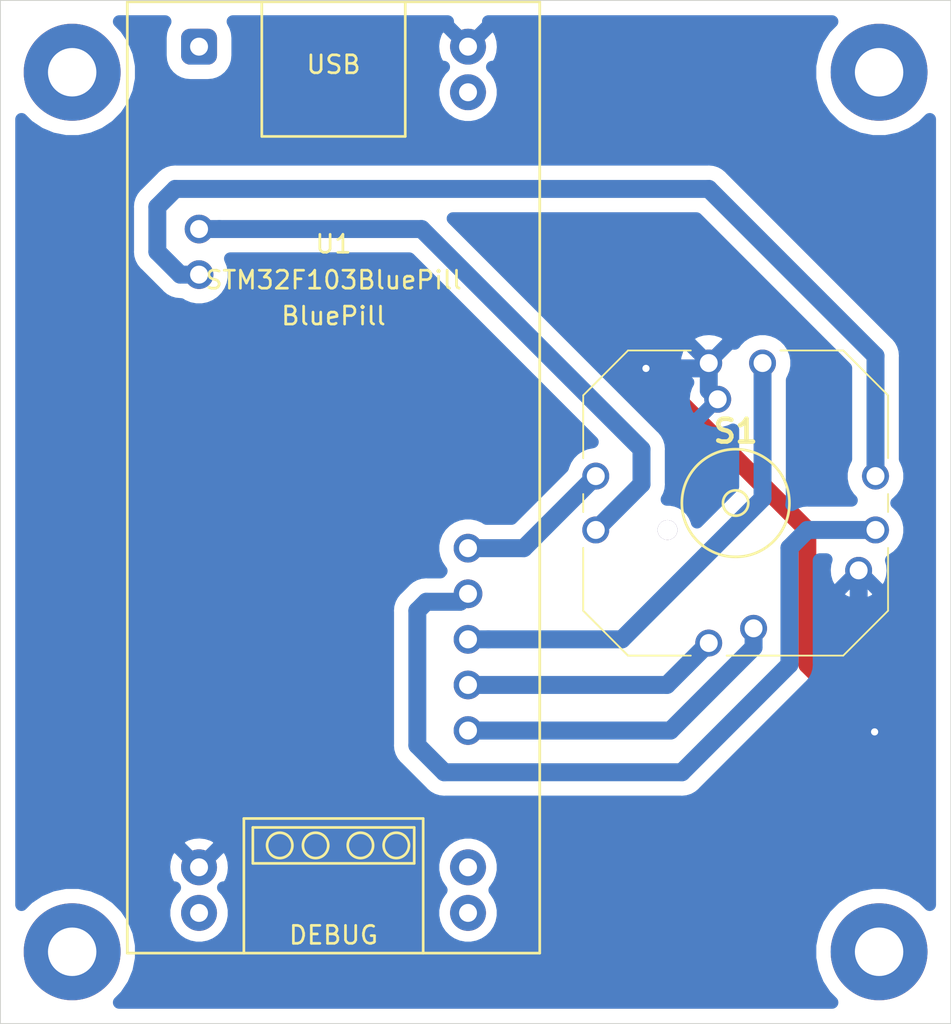
<source format=kicad_pcb>
(kicad_pcb (version 20171130) (host pcbnew "(5.1.5)-3")

  (general
    (thickness 1.6)
    (drawings 4)
    (tracks 44)
    (zones 0)
    (modules 6)
    (nets 14)
  )

  (page A4)
  (layers
    (0 F.Cu signal)
    (31 B.Cu signal)
    (32 B.Adhes user hide)
    (33 F.Adhes user hide)
    (34 B.Paste user hide)
    (35 F.Paste user hide)
    (36 B.SilkS user hide)
    (37 F.SilkS user)
    (38 B.Mask user hide)
    (39 F.Mask user hide)
    (40 Dwgs.User user)
    (41 Cmts.User user hide)
    (42 Eco1.User user hide)
    (43 Eco2.User user hide)
    (44 Edge.Cuts user)
    (45 Margin user hide)
    (46 B.CrtYd user hide)
    (47 F.CrtYd user hide)
    (48 B.Fab user hide)
    (49 F.Fab user hide)
  )

  (setup
    (last_trace_width 0.25)
    (user_trace_width 1)
    (trace_clearance 0.2)
    (zone_clearance 0.508)
    (zone_45_only no)
    (trace_min 0.2)
    (via_size 0.8)
    (via_drill 0.4)
    (via_min_size 0.4)
    (via_min_drill 0.3)
    (uvia_size 0.3)
    (uvia_drill 0.1)
    (uvias_allowed no)
    (uvia_min_size 0.2)
    (uvia_min_drill 0.1)
    (edge_width 0.05)
    (segment_width 0.2)
    (pcb_text_width 0.3)
    (pcb_text_size 1.5 1.5)
    (mod_edge_width 0.12)
    (mod_text_size 1 1)
    (mod_text_width 0.15)
    (pad_size 2 2)
    (pad_drill 1)
    (pad_to_mask_clearance 0.051)
    (solder_mask_min_width 0.25)
    (aux_axis_origin 0 0)
    (visible_elements 7FFFFFFF)
    (pcbplotparams
      (layerselection 0x010fc_ffffffff)
      (usegerberextensions false)
      (usegerberattributes false)
      (usegerberadvancedattributes false)
      (creategerberjobfile false)
      (excludeedgelayer true)
      (linewidth 0.100000)
      (plotframeref false)
      (viasonmask false)
      (mode 1)
      (useauxorigin false)
      (hpglpennumber 1)
      (hpglpenspeed 20)
      (hpglpendiameter 15.000000)
      (psnegative false)
      (psa4output false)
      (plotreference true)
      (plotvalue true)
      (plotinvisibletext false)
      (padsonsilk false)
      (subtractmaskfromsilk false)
      (outputformat 1)
      (mirror false)
      (drillshape 1)
      (scaleselection 1)
      (outputdirectory ""))
  )

  (net 0 "")
  (net 1 "Net-(S1-Pad1)")
  (net 2 "Net-(S1-Pad2)")
  (net 3 GND)
  (net 4 "Net-(S1-Pad4)")
  (net 5 ENC_B)
  (net 6 "Net-(S1-Pad6)")
  (net 7 "Net-(S1-Pad9)")
  (net 8 ENC_A)
  (net 9 "Net-(U1-Pad1)")
  (net 10 "Net-(U1-Pad20)")
  (net 11 "Net-(U1-Pad21)")
  (net 12 "Net-(U1-Pad22)")
  (net 13 "Net-(U1-Pad39)")

  (net_class Default "To jest domyślna klasa połączeń."
    (clearance 0.2)
    (trace_width 0.25)
    (via_dia 0.8)
    (via_drill 0.4)
    (uvia_dia 0.3)
    (uvia_drill 0.1)
    (add_net ENC_A)
    (add_net ENC_B)
    (add_net GND)
    (add_net "Net-(S1-Pad1)")
    (add_net "Net-(S1-Pad2)")
    (add_net "Net-(S1-Pad4)")
    (add_net "Net-(S1-Pad6)")
    (add_net "Net-(S1-Pad9)")
    (add_net "Net-(U1-Pad1)")
    (add_net "Net-(U1-Pad20)")
    (add_net "Net-(U1-Pad21)")
    (add_net "Net-(U1-Pad22)")
    (add_net "Net-(U1-Pad39)")
  )

  (module DevBoardFootprints:STM32F103BluePill (layer F.Cu) (tedit 5E6E374B) (tstamp 5E6E7189)
    (at 140.575001 71.575001)
    (path /5E6E10DB)
    (fp_text reference U1 (at 0 -13) (layer F.SilkS)
      (effects (font (size 1 1) (thickness 0.15)))
    )
    (fp_text value STM32F103BluePill (at 0 -11) (layer F.SilkS)
      (effects (font (size 1 1) (thickness 0.15)))
    )
    (fp_line (start -11.5 26.5) (end 11.5 26.5) (layer F.SilkS) (width 0.15))
    (fp_line (start 11.5 26.5) (end 11.5 -26.5) (layer F.SilkS) (width 0.15))
    (fp_line (start 11.5 -26.5) (end -11.5 -26.5) (layer F.SilkS) (width 0.15))
    (fp_line (start -11.5 -26.5) (end -11.5 26.5) (layer F.SilkS) (width 0.15))
    (fp_line (start -4 -26.5) (end -4 -19) (layer F.SilkS) (width 0.15))
    (fp_line (start -4 -19) (end 4 -19) (layer F.SilkS) (width 0.15))
    (fp_line (start 4 -19) (end 4 -26.5) (layer F.SilkS) (width 0.15))
    (fp_text user BluePill (at 0 -9) (layer F.SilkS)
      (effects (font (size 1 1) (thickness 0.15)))
    )
    (fp_text user USB (at 0 -23) (layer F.SilkS)
      (effects (font (size 1 1) (thickness 0.15)))
    )
    (fp_line (start -5 26.5) (end -5 19) (layer F.SilkS) (width 0.15))
    (fp_line (start -5 19) (end 5 19) (layer F.SilkS) (width 0.15))
    (fp_line (start 5 19) (end 5 26.5) (layer F.SilkS) (width 0.15))
    (fp_text user DEBUG (at 0 25.5) (layer F.SilkS)
      (effects (font (size 1 1) (thickness 0.15)))
    )
    (fp_line (start -4.5 19.5) (end -4.5 21.5) (layer F.SilkS) (width 0.15))
    (fp_line (start -4.5 21.5) (end 4.5 21.5) (layer F.SilkS) (width 0.15))
    (fp_line (start 4.5 21.5) (end 4.5 19.5) (layer F.SilkS) (width 0.15))
    (fp_line (start 4.5 19.5) (end -4.5 19.5) (layer F.SilkS) (width 0.15))
    (fp_circle (center -3 20.5) (end -2.5 20) (layer F.SilkS) (width 0.15))
    (fp_circle (center -1 20.5) (end -0.5 20) (layer F.SilkS) (width 0.15))
    (fp_circle (center 1.5 20.5) (end 2 20) (layer F.SilkS) (width 0.15))
    (fp_circle (center 3.5 20.5) (end 4 20) (layer F.SilkS) (width 0.15))
    (pad 1 thru_hole roundrect (at -7.5 -24) (size 2 2) (drill 1) (layers *.Cu *.Mask) (roundrect_rratio 0.25)
      (net 9 "Net-(U1-Pad1)"))
    (pad 5 thru_hole circle (at -7.5 -13.84) (size 1.6 1.6) (drill 1) (layers *.Cu *.Mask)
      (net 8 ENC_A))
    (pad 6 thru_hole circle (at -7.5 -11.3) (size 1.6 1.6) (drill 1) (layers *.Cu *.Mask)
      (net 5 ENC_B))
    (pad 19 thru_hole circle (at -7.5 21.72) (size 2 2) (drill 1) (layers *.Cu *.Mask)
      (net 3 GND))
    (pad 20 thru_hole circle (at -7.5 24.26) (size 2 2) (drill 1) (layers *.Cu *.Mask)
      (net 10 "Net-(U1-Pad20)"))
    (pad 21 thru_hole circle (at 7.5 24.26) (size 2 2) (drill 1) (layers *.Cu *.Mask)
      (net 11 "Net-(U1-Pad21)"))
    (pad 22 thru_hole circle (at 7.5 21.72) (size 2 2) (drill 1) (layers *.Cu *.Mask)
      (net 12 "Net-(U1-Pad22)"))
    (pad 25 thru_hole circle (at 7.5 14.1) (size 1.6 1.6) (drill 1) (layers *.Cu *.Mask)
      (net 2 "Net-(S1-Pad2)"))
    (pad 26 thru_hole circle (at 7.5 11.56) (size 1.6 1.6) (drill 1) (layers *.Cu *.Mask)
      (net 1 "Net-(S1-Pad1)"))
    (pad 27 thru_hole circle (at 7.5 9.02) (size 1.6 1.6) (drill 1) (layers *.Cu *.Mask)
      (net 6 "Net-(S1-Pad6)"))
    (pad 28 thru_hole circle (at 7.5 6.48) (size 1.6 1.6) (drill 1) (layers *.Cu *.Mask)
      (net 4 "Net-(S1-Pad4)"))
    (pad 29 thru_hole circle (at 7.5 3.94) (size 1.6 1.6) (drill 1) (layers *.Cu *.Mask)
      (net 7 "Net-(S1-Pad9)"))
    (pad 39 thru_hole circle (at 7.5 -21.46) (size 2 2) (drill 1) (layers *.Cu *.Mask)
      (net 13 "Net-(U1-Pad39)"))
    (pad 40 thru_hole circle (at 7.5 -24) (size 2 2) (drill 1) (layers *.Cu *.Mask)
      (net 3 GND))
    (model "${KIPRJMOD}/STM32F103C8T6_Blue_Pill v6.step"
      (offset (xyz 11.5 -27 2))
      (scale (xyz 1 1 1))
      (rotate (xyz -90 0 0))
    )
  )

  (module MountingHole:MountingHole_2.7mm_M2.5_Pad (layer F.Cu) (tedit 5E6E322B) (tstamp 5E6E79BD)
    (at 171 98)
    (descr "Mounting Hole 2.7mm, M2.5")
    (tags "mounting hole 2.7mm m2.5")
    (attr virtual)
    (fp_text reference REF** (at 0 -3.7) (layer F.Fab) hide
      (effects (font (size 1 1) (thickness 0.15)))
    )
    (fp_text value MountingHole_2.7mm_M2.5_Pad (at 0 3.7) (layer F.Fab)
      (effects (font (size 1 1) (thickness 0.15)))
    )
    (fp_text user %R (at 0.3 0) (layer F.Fab)
      (effects (font (size 1 1) (thickness 0.15)))
    )
    (fp_circle (center 0 0) (end 2.7 0) (layer Cmts.User) (width 0.15))
    (fp_circle (center 0 0) (end 2.95 0) (layer F.CrtYd) (width 0.05))
    (pad "" thru_hole circle (at 0 0) (size 5.4 5.4) (drill 2.7) (layers *.Cu *.Mask))
  )

  (module MountingHole:MountingHole_2.7mm_M2.5_Pad (layer F.Cu) (tedit 5E6E322B) (tstamp 5E6E79AF)
    (at 126 98)
    (descr "Mounting Hole 2.7mm, M2.5")
    (tags "mounting hole 2.7mm m2.5")
    (attr virtual)
    (fp_text reference REF** (at 0 -3.7) (layer F.Fab) hide
      (effects (font (size 1 1) (thickness 0.15)))
    )
    (fp_text value MountingHole_2.7mm_M2.5_Pad (at 0 3.7) (layer F.Fab)
      (effects (font (size 1 1) (thickness 0.15)))
    )
    (fp_circle (center 0 0) (end 2.95 0) (layer F.CrtYd) (width 0.05))
    (fp_circle (center 0 0) (end 2.7 0) (layer Cmts.User) (width 0.15))
    (fp_text user %R (at 0.3 0) (layer F.Fab)
      (effects (font (size 1 1) (thickness 0.15)))
    )
    (pad "" thru_hole circle (at 0 0) (size 5.4 5.4) (drill 2.7) (layers *.Cu *.Mask))
  )

  (module MountingHole:MountingHole_2.7mm_M2.5_Pad (layer F.Cu) (tedit 5E6E322B) (tstamp 5E6E79A1)
    (at 126 49)
    (descr "Mounting Hole 2.7mm, M2.5")
    (tags "mounting hole 2.7mm m2.5")
    (attr virtual)
    (fp_text reference REF** (at 0 -3.7) (layer F.Fab) hide
      (effects (font (size 1 1) (thickness 0.15)))
    )
    (fp_text value MountingHole_2.7mm_M2.5_Pad (at 0 3.7) (layer F.Fab)
      (effects (font (size 1 1) (thickness 0.15)))
    )
    (fp_text user %R (at 0.3 0) (layer F.Fab)
      (effects (font (size 1 1) (thickness 0.15)))
    )
    (fp_circle (center 0 0) (end 2.7 0) (layer Cmts.User) (width 0.15))
    (fp_circle (center 0 0) (end 2.95 0) (layer F.CrtYd) (width 0.05))
    (pad "" thru_hole circle (at 0 0) (size 5.4 5.4) (drill 2.7) (layers *.Cu *.Mask))
  )

  (module MountingHole:MountingHole_2.7mm_M2.5_Pad (layer F.Cu) (tedit 5E6E322B) (tstamp 5E6E798C)
    (at 171 49)
    (descr "Mounting Hole 2.7mm, M2.5")
    (tags "mounting hole 2.7mm m2.5")
    (attr virtual)
    (fp_text reference REF** (at 0 -3.7) (layer F.Fab) hide
      (effects (font (size 1 1) (thickness 0.15)))
    )
    (fp_text value MountingHole_2.7mm_M2.5_Pad (at 0 3.7) (layer F.Fab)
      (effects (font (size 1 1) (thickness 0.15)))
    )
    (fp_circle (center 0 0) (end 2.95 0) (layer F.CrtYd) (width 0.05))
    (fp_circle (center 0 0) (end 2.7 0) (layer Cmts.User) (width 0.15))
    (fp_text user %R (at 0.3 0) (layer F.Fab)
      (effects (font (size 1 1) (thickness 0.15)))
    )
    (pad "" thru_hole circle (at 0 0) (size 5.4 5.4) (drill 2.7) (layers *.Cu *.Mask))
  )

  (module ALPS_Joystick:RKJXT1F42001 (layer F.Cu) (tedit 5E6E1438) (tstamp 5E6E7148)
    (at 163 73)
    (descr RKJXT1F42001)
    (tags Switch)
    (path /5E6E8BD5)
    (fp_text reference S1 (at 0 -4) (layer F.SilkS)
      (effects (font (size 1.27 1.27) (thickness 0.254)))
    )
    (fp_text value RKJXT1F42001 (at -1 5) (layer F.SilkS) hide
      (effects (font (size 1.27 1.27) (thickness 0.254)))
    )
    (fp_line (start -9.55 -9.55) (end 9.55 -9.55) (layer Dwgs.User) (width 0.1))
    (fp_line (start 9.55 -9.55) (end 9.55 9.55) (layer Dwgs.User) (width 0.1))
    (fp_line (start 9.55 9.55) (end -9.55 9.55) (layer Dwgs.User) (width 0.1))
    (fp_line (start -9.55 9.55) (end -9.55 -9.55) (layer Dwgs.User) (width 0.1))
    (fp_line (start 6 8.5) (end 8.5 6) (layer Dwgs.User) (width 0.2))
    (fp_line (start -8.5 -6) (end -6 -8.5) (layer Dwgs.User) (width 0.2))
    (fp_line (start -6 8.5) (end -8.5 6) (layer Dwgs.User) (width 0.2))
    (fp_line (start 6 -8.5) (end 8.5 -6) (layer Dwgs.User) (width 0.2))
    (fp_line (start -8.5 -6) (end -8.5 6) (layer Dwgs.User) (width 0.2))
    (fp_line (start -6 8.5) (end 6 8.5) (layer Dwgs.User) (width 0.2))
    (fp_line (start 8.5 6) (end 8.5 -6) (layer Dwgs.User) (width 0.2))
    (fp_line (start -6 -8.5) (end 6 -8.5) (layer Dwgs.User) (width 0.2))
    (fp_line (start -8.5 -2.5) (end -8.5 -6) (layer F.SilkS) (width 0.1))
    (fp_line (start -8.5 -6) (end -6 -8.5) (layer F.SilkS) (width 0.1))
    (fp_line (start -6 -8.5) (end -2.5 -8.5) (layer F.SilkS) (width 0.1))
    (fp_line (start 2.5 -8.5) (end 6 -8.5) (layer F.SilkS) (width 0.1))
    (fp_line (start 6 -8.5) (end 8.5 -6) (layer F.SilkS) (width 0.1))
    (fp_line (start 8.5 -6) (end 8.5 -2.5) (layer F.SilkS) (width 0.1))
    (fp_line (start -8.5 2.5) (end -8.5 6) (layer F.SilkS) (width 0.1))
    (fp_line (start -8.5 6) (end -6 8.5) (layer F.SilkS) (width 0.1))
    (fp_line (start -6 8.5) (end -2.5 8.5) (layer F.SilkS) (width 0.1))
    (fp_line (start -0.5 8.5) (end 6 8.5) (layer F.SilkS) (width 0.1))
    (fp_line (start 6 8.5) (end 8.5 6) (layer F.SilkS) (width 0.1))
    (fp_line (start 8.5 6) (end 8.5 2.5) (layer F.SilkS) (width 0.1))
    (fp_line (start -8.5 -0.5) (end -8.5 0.5) (layer F.SilkS) (width 0.1))
    (fp_line (start 8.5 -0.5) (end 8.5 0.5) (layer F.SilkS) (width 0.1))
    (fp_circle (center 0 0) (end 3 0) (layer F.SilkS) (width 0.15))
    (fp_circle (center 0 0) (end 0.5 -0.5) (layer F.SilkS) (width 0.15))
    (pad 1 thru_hole circle (at -1.5 7.8 90) (size 1.5 1.5) (drill 1) (layers *.Cu *.Mask)
      (net 1 "Net-(S1-Pad1)"))
    (pad 2 thru_hole circle (at 1 6.98 90) (size 1.5 1.5) (drill 1) (layers *.Cu *.Mask)
      (net 2 "Net-(S1-Pad2)"))
    (pad 3 thru_hole circle (at 6.86 3.75 90) (size 1.5 1.5) (drill 1) (layers *.Cu *.Mask)
      (net 3 GND))
    (pad 4 thru_hole circle (at 7.8 1.5 90) (size 1.5 1.5) (drill 1) (layers *.Cu *.Mask)
      (net 4 "Net-(S1-Pad4)"))
    (pad 5 thru_hole circle (at 7.8 -1.5 90) (size 1.5 1.5) (drill 1) (layers *.Cu *.Mask)
      (net 5 ENC_B))
    (pad 6 thru_hole circle (at 1.5 -7.8 90) (size 1.5 1.5) (drill 1) (layers *.Cu *.Mask)
      (net 6 "Net-(S1-Pad6)"))
    (pad 7 thru_hole circle (at -1 -5.78 90) (size 1.5 1.5) (drill 1) (layers *.Cu *.Mask)
      (net 3 GND))
    (pad 8 thru_hole circle (at -1.5 -7.8 90) (size 1.5 1.5) (drill 1) (layers *.Cu *.Mask)
      (net 3 GND))
    (pad 9 thru_hole circle (at -7.8 -1.5 90) (size 1.5 1.5) (drill 1) (layers *.Cu *.Mask)
      (net 7 "Net-(S1-Pad9)"))
    (pad 10 thru_hole circle (at -7.8 1.5 90) (size 1.5 1.5) (drill 1) (layers *.Cu *.Mask)
      (net 8 ENC_A))
    (pad "" thru_hole circle (at -3.8 1.5 90) (size 1.1 1.1) (drill 1.1) (layers *.Cu *.Mask))
    (model ${KIPRJMOD}/RKJXT1F42001.STEP
      (at (xyz 0 0 0))
      (scale (xyz 1 1 1))
      (rotate (xyz 0 0 0))
    )
  )

  (gr_line (start 175 45) (end 122 45) (layer Edge.Cuts) (width 0.05) (tstamp 5E6E77D9))
  (gr_line (start 175 102) (end 175 45) (layer Edge.Cuts) (width 0.05))
  (gr_line (start 122 102) (end 175 102) (layer Edge.Cuts) (width 0.05))
  (gr_line (start 122 45) (end 122 102) (layer Edge.Cuts) (width 0.05))

  (segment (start 159.164999 83.135001) (end 161.5 80.8) (width 1) (layer B.Cu) (net 1))
  (segment (start 148.075001 83.135001) (end 159.164999 83.135001) (width 1) (layer B.Cu) (net 1))
  (segment (start 164 81.04066) (end 164 79.98) (width 1) (layer B.Cu) (net 2))
  (segment (start 159.365659 85.675001) (end 164 81.04066) (width 1) (layer B.Cu) (net 2))
  (segment (start 148.075001 85.675001) (end 159.365659 85.675001) (width 1) (layer B.Cu) (net 2))
  (segment (start 169.86 76.75) (end 169.86 84.86) (width 1) (layer B.Cu) (net 3))
  (via (at 170.75 85.75) (size 0.8) (drill 0.4) (layers F.Cu B.Cu) (net 3))
  (segment (start 169.86 84.86) (end 170.75 85.75) (width 1) (layer B.Cu) (net 3))
  (via (at 158 65.5) (size 0.8) (drill 0.4) (layers F.Cu B.Cu) (net 3))
  (segment (start 161.2 65.5) (end 161.5 65.2) (width 1) (layer B.Cu) (net 3))
  (segment (start 158 65.5) (end 161.2 65.5) (width 1) (layer B.Cu) (net 3))
  (segment (start 161.5 66.72) (end 162 67.22) (width 1) (layer B.Cu) (net 3))
  (segment (start 161.5 65.2) (end 161.5 66.72) (width 1) (layer B.Cu) (net 3))
  (segment (start 167 74.5) (end 158 65.5) (width 1) (layer F.Cu) (net 3))
  (segment (start 170.75 85.75) (end 167 82) (width 1) (layer F.Cu) (net 3))
  (segment (start 167 82) (end 167 74.5) (width 1) (layer F.Cu) (net 3))
  (segment (start 145.25 79) (end 145.75 78.5) (width 1) (layer B.Cu) (net 4))
  (segment (start 146.75 88) (end 145.25 86.5) (width 1) (layer B.Cu) (net 4))
  (segment (start 167 74.5) (end 166 75.5) (width 1) (layer B.Cu) (net 4))
  (segment (start 147.630002 78.5) (end 148.075001 78.055001) (width 1) (layer B.Cu) (net 4))
  (segment (start 170.8 74.5) (end 167 74.5) (width 1) (layer B.Cu) (net 4))
  (segment (start 166 82) (end 160 88) (width 1) (layer B.Cu) (net 4))
  (segment (start 166 75.5) (end 166 82) (width 1) (layer B.Cu) (net 4))
  (segment (start 145.75 78.5) (end 147.630002 78.5) (width 1) (layer B.Cu) (net 4))
  (segment (start 145.25 86.5) (end 145.25 79) (width 1) (layer B.Cu) (net 4))
  (segment (start 160 88) (end 146.75 88) (width 1) (layer B.Cu) (net 4))
  (segment (start 170.8 64.8) (end 170.8 71.5) (width 1) (layer B.Cu) (net 5))
  (segment (start 132.025001 60.275001) (end 130.75 59) (width 1) (layer B.Cu) (net 5))
  (segment (start 133.075001 60.275001) (end 132.025001 60.275001) (width 1) (layer B.Cu) (net 5))
  (segment (start 161.5 55.5) (end 170.8 64.8) (width 1) (layer B.Cu) (net 5))
  (segment (start 130.75 59) (end 130.75 56.5) (width 1) (layer B.Cu) (net 5))
  (segment (start 130.75 56.5) (end 131.75 55.5) (width 1) (layer B.Cu) (net 5))
  (segment (start 131.75 55.5) (end 161.5 55.5) (width 1) (layer B.Cu) (net 5))
  (segment (start 149.206371 80.595001) (end 148.075001 80.595001) (width 1) (layer B.Cu) (net 6))
  (segment (start 156.654999 80.595001) (end 149.206371 80.595001) (width 1) (layer B.Cu) (net 6))
  (segment (start 164.5 65.2) (end 164.5 72.75) (width 1) (layer B.Cu) (net 6))
  (segment (start 164.5 72.75) (end 156.654999 80.595001) (width 1) (layer B.Cu) (net 6))
  (segment (start 151.184999 75.515001) (end 155.2 71.5) (width 1) (layer B.Cu) (net 7))
  (segment (start 148.075001 75.515001) (end 151.184999 75.515001) (width 1) (layer B.Cu) (net 7))
  (segment (start 134.206371 57.735001) (end 133.075001 57.735001) (width 1) (layer B.Cu) (net 8))
  (segment (start 145.485001 57.735001) (end 134.206371 57.735001) (width 1) (layer B.Cu) (net 8))
  (segment (start 157.75 70) (end 145.485001 57.735001) (width 1) (layer B.Cu) (net 8))
  (segment (start 155.2 74.5) (end 157.75 71.95) (width 1) (layer B.Cu) (net 8))
  (segment (start 157.75 71.95) (end 157.75 70) (width 1) (layer B.Cu) (net 8))

  (zone (net 3) (net_name GND) (layer B.Cu) (tstamp 0) (hatch edge 0.508)
    (connect_pads (clearance 0.8))
    (min_thickness 0.7)
    (fill yes (arc_segments 32) (thermal_gap 0.8) (thermal_bridge_width 0.8))
    (polygon
      (pts
        (xy 174.75 101.75) (xy 122.25 101.75) (xy 122.25 45.25) (xy 174.75 45.25)
      )
    )
    (filled_polygon
      (pts
        (xy 131.045459 46.441444) (xy 130.951248 46.752016) (xy 130.919437 47.075001) (xy 130.919437 48.075001) (xy 130.951248 48.397986)
        (xy 131.045459 48.708558) (xy 131.19845 48.994783) (xy 131.40434 49.245662) (xy 131.655219 49.451552) (xy 131.941444 49.604543)
        (xy 132.252016 49.698754) (xy 132.575001 49.730565) (xy 133.575001 49.730565) (xy 133.897986 49.698754) (xy 134.208558 49.604543)
        (xy 134.494783 49.451552) (xy 134.745662 49.245662) (xy 134.951552 48.994783) (xy 135.104543 48.708558) (xy 135.198754 48.397986)
        (xy 135.230565 48.075001) (xy 135.230565 47.548061) (xy 146.115752 47.548061) (xy 146.148143 47.930809) (xy 146.254581 48.299884)
        (xy 146.430978 48.641102) (xy 146.460912 48.685902) (xy 146.722983 48.709303) (xy 146.560337 48.871949) (xy 146.346934 49.19133)
        (xy 146.199939 49.546207) (xy 146.125001 49.922943) (xy 146.125001 50.307059) (xy 146.199939 50.683795) (xy 146.346934 51.038672)
        (xy 146.560337 51.358053) (xy 146.831949 51.629665) (xy 147.15133 51.843068) (xy 147.506207 51.990063) (xy 147.882943 52.065001)
        (xy 148.267059 52.065001) (xy 148.643795 51.990063) (xy 148.998672 51.843068) (xy 149.318053 51.629665) (xy 149.589665 51.358053)
        (xy 149.803068 51.038672) (xy 149.950063 50.683795) (xy 150.025001 50.307059) (xy 150.025001 49.922943) (xy 149.950063 49.546207)
        (xy 149.803068 49.19133) (xy 149.589665 48.871949) (xy 149.427019 48.709303) (xy 149.68909 48.685902) (xy 149.874802 48.349663)
        (xy 149.991348 47.983654) (xy 150.03425 47.601941) (xy 150.001859 47.219193) (xy 149.895421 46.850118) (xy 149.719024 46.5089)
        (xy 149.68909 46.4641) (xy 149.292064 46.428649) (xy 148.145712 47.575001) (xy 148.159854 47.589143) (xy 148.089143 47.659854)
        (xy 148.075001 47.645712) (xy 148.060859 47.659854) (xy 147.990148 47.589143) (xy 148.00429 47.575001) (xy 146.857938 46.428649)
        (xy 146.460912 46.4641) (xy 146.2752 46.800339) (xy 146.158654 47.166348) (xy 146.115752 47.548061) (xy 135.230565 47.548061)
        (xy 135.230565 47.075001) (xy 135.198754 46.752016) (xy 135.104543 46.441444) (xy 134.962125 46.175) (xy 146.944984 46.175)
        (xy 146.928649 46.357938) (xy 148.075001 47.50429) (xy 149.221353 46.357938) (xy 149.205018 46.175) (xy 168.380277 46.175)
        (xy 168.009509 46.545768) (xy 167.588174 47.176341) (xy 167.297953 47.876996) (xy 167.15 48.620808) (xy 167.15 49.379192)
        (xy 167.297953 50.123004) (xy 167.588174 50.823659) (xy 168.009509 51.454232) (xy 168.545768 51.990491) (xy 169.176341 52.411826)
        (xy 169.876996 52.702047) (xy 170.620808 52.85) (xy 171.379192 52.85) (xy 172.123004 52.702047) (xy 172.823659 52.411826)
        (xy 173.454232 51.990491) (xy 173.825001 51.619722) (xy 173.825 95.380277) (xy 173.454232 95.009509) (xy 172.823659 94.588174)
        (xy 172.123004 94.297953) (xy 171.379192 94.15) (xy 170.620808 94.15) (xy 169.876996 94.297953) (xy 169.176341 94.588174)
        (xy 168.545768 95.009509) (xy 168.009509 95.545768) (xy 167.588174 96.176341) (xy 167.297953 96.876996) (xy 167.15 97.620808)
        (xy 167.15 98.379192) (xy 167.297953 99.123004) (xy 167.588174 99.823659) (xy 168.009509 100.454232) (xy 168.380277 100.825)
        (xy 128.619723 100.825) (xy 128.990491 100.454232) (xy 129.411826 99.823659) (xy 129.702047 99.123004) (xy 129.85 98.379192)
        (xy 129.85 97.620808) (xy 129.702047 96.876996) (xy 129.411826 96.176341) (xy 128.990491 95.545768) (xy 128.454232 95.009509)
        (xy 127.823659 94.588174) (xy 127.123004 94.297953) (xy 126.379192 94.15) (xy 125.620808 94.15) (xy 124.876996 94.297953)
        (xy 124.176341 94.588174) (xy 123.545768 95.009509) (xy 123.175 95.380277) (xy 123.175 93.268061) (xy 131.115752 93.268061)
        (xy 131.148143 93.650809) (xy 131.254581 94.019884) (xy 131.430978 94.361102) (xy 131.460912 94.405902) (xy 131.722983 94.429303)
        (xy 131.560337 94.591949) (xy 131.346934 94.91133) (xy 131.199939 95.266207) (xy 131.125001 95.642943) (xy 131.125001 96.027059)
        (xy 131.199939 96.403795) (xy 131.346934 96.758672) (xy 131.560337 97.078053) (xy 131.831949 97.349665) (xy 132.15133 97.563068)
        (xy 132.506207 97.710063) (xy 132.882943 97.785001) (xy 133.267059 97.785001) (xy 133.643795 97.710063) (xy 133.998672 97.563068)
        (xy 134.318053 97.349665) (xy 134.589665 97.078053) (xy 134.803068 96.758672) (xy 134.950063 96.403795) (xy 135.025001 96.027059)
        (xy 135.025001 95.642943) (xy 134.950063 95.266207) (xy 134.803068 94.91133) (xy 134.589665 94.591949) (xy 134.427019 94.429303)
        (xy 134.68909 94.405902) (xy 134.874802 94.069663) (xy 134.991348 93.703654) (xy 135.03425 93.321941) (xy 135.015717 93.102943)
        (xy 146.125001 93.102943) (xy 146.125001 93.487059) (xy 146.199939 93.863795) (xy 146.346934 94.218672) (xy 146.560337 94.538053)
        (xy 146.587285 94.565001) (xy 146.560337 94.591949) (xy 146.346934 94.91133) (xy 146.199939 95.266207) (xy 146.125001 95.642943)
        (xy 146.125001 96.027059) (xy 146.199939 96.403795) (xy 146.346934 96.758672) (xy 146.560337 97.078053) (xy 146.831949 97.349665)
        (xy 147.15133 97.563068) (xy 147.506207 97.710063) (xy 147.882943 97.785001) (xy 148.267059 97.785001) (xy 148.643795 97.710063)
        (xy 148.998672 97.563068) (xy 149.318053 97.349665) (xy 149.589665 97.078053) (xy 149.803068 96.758672) (xy 149.950063 96.403795)
        (xy 150.025001 96.027059) (xy 150.025001 95.642943) (xy 149.950063 95.266207) (xy 149.803068 94.91133) (xy 149.589665 94.591949)
        (xy 149.562717 94.565001) (xy 149.589665 94.538053) (xy 149.803068 94.218672) (xy 149.950063 93.863795) (xy 150.025001 93.487059)
        (xy 150.025001 93.102943) (xy 149.950063 92.726207) (xy 149.803068 92.37133) (xy 149.589665 92.051949) (xy 149.318053 91.780337)
        (xy 148.998672 91.566934) (xy 148.643795 91.419939) (xy 148.267059 91.345001) (xy 147.882943 91.345001) (xy 147.506207 91.419939)
        (xy 147.15133 91.566934) (xy 146.831949 91.780337) (xy 146.560337 92.051949) (xy 146.346934 92.37133) (xy 146.199939 92.726207)
        (xy 146.125001 93.102943) (xy 135.015717 93.102943) (xy 135.001859 92.939193) (xy 134.895421 92.570118) (xy 134.719024 92.2289)
        (xy 134.68909 92.1841) (xy 134.292064 92.148649) (xy 133.145712 93.295001) (xy 133.159854 93.309143) (xy 133.089143 93.379854)
        (xy 133.075001 93.365712) (xy 133.060859 93.379854) (xy 132.990148 93.309143) (xy 133.00429 93.295001) (xy 131.857938 92.148649)
        (xy 131.460912 92.1841) (xy 131.2752 92.520339) (xy 131.158654 92.886348) (xy 131.115752 93.268061) (xy 123.175 93.268061)
        (xy 123.175 92.077938) (xy 131.928649 92.077938) (xy 133.075001 93.22429) (xy 134.221353 92.077938) (xy 134.185902 91.680912)
        (xy 133.849663 91.4952) (xy 133.483654 91.378654) (xy 133.101941 91.335752) (xy 132.719193 91.368143) (xy 132.350118 91.474581)
        (xy 132.0089 91.650978) (xy 131.9641 91.680912) (xy 131.928649 92.077938) (xy 123.175 92.077938) (xy 123.175 56.5)
        (xy 129.092018 56.5) (xy 129.100001 56.581051) (xy 129.1 58.918958) (xy 129.092018 59) (xy 129.1 59.081042)
        (xy 129.1 59.081051) (xy 129.123875 59.323455) (xy 129.218223 59.634482) (xy 129.371438 59.921125) (xy 129.577629 60.172371)
        (xy 129.640593 60.224044) (xy 130.800961 61.384413) (xy 130.85263 61.447372) (xy 131.103875 61.653563) (xy 131.390518 61.806778)
        (xy 131.701545 61.901126) (xy 132.025001 61.932984) (xy 132.043687 61.931144) (xy 132.15133 62.003068) (xy 132.506207 62.150063)
        (xy 132.882943 62.225001) (xy 133.267059 62.225001) (xy 133.643795 62.150063) (xy 133.998672 62.003068) (xy 134.318053 61.789665)
        (xy 134.589665 61.518053) (xy 134.803068 61.198672) (xy 134.950063 60.843795) (xy 135.025001 60.467059) (xy 135.025001 60.082943)
        (xy 134.950063 59.706207) (xy 134.817015 59.385001) (xy 144.80155 59.385001) (xy 155.016548 69.6) (xy 155.012866 69.6)
        (xy 154.645791 69.673016) (xy 154.300013 69.816242) (xy 153.988821 70.024174) (xy 153.724174 70.288821) (xy 153.516242 70.600013)
        (xy 153.373016 70.945791) (xy 153.361162 71.005386) (xy 150.501548 73.865001) (xy 149.115508 73.865001) (xy 148.998672 73.786934)
        (xy 148.643795 73.639939) (xy 148.267059 73.565001) (xy 147.882943 73.565001) (xy 147.506207 73.639939) (xy 147.15133 73.786934)
        (xy 146.831949 74.000337) (xy 146.560337 74.271949) (xy 146.346934 74.59133) (xy 146.199939 74.946207) (xy 146.125001 75.322943)
        (xy 146.125001 75.707059) (xy 146.199939 76.083795) (xy 146.346934 76.438672) (xy 146.560337 76.758053) (xy 146.587285 76.785001)
        (xy 146.560337 76.811949) (xy 146.534912 76.85) (xy 145.831052 76.85) (xy 145.75 76.842017) (xy 145.668948 76.85)
        (xy 145.426544 76.873875) (xy 145.115517 76.968223) (xy 144.828874 77.121438) (xy 144.577629 77.327629) (xy 144.525955 77.390594)
        (xy 144.140589 77.77596) (xy 144.07763 77.827629) (xy 144.025962 77.890587) (xy 143.871439 78.078874) (xy 143.718223 78.365518)
        (xy 143.623876 78.676544) (xy 143.592018 79) (xy 143.600001 79.081052) (xy 143.6 86.418958) (xy 143.592018 86.5)
        (xy 143.6 86.581042) (xy 143.6 86.581051) (xy 143.623875 86.823455) (xy 143.718223 87.134482) (xy 143.871438 87.421125)
        (xy 144.077629 87.672371) (xy 144.140593 87.724044) (xy 145.525964 89.109417) (xy 145.577629 89.172371) (xy 145.640582 89.224035)
        (xy 145.640585 89.224038) (xy 145.775811 89.335015) (xy 145.828874 89.378562) (xy 146.115517 89.531777) (xy 146.426544 89.626125)
        (xy 146.668948 89.65) (xy 146.668957 89.65) (xy 146.749999 89.657982) (xy 146.831041 89.65) (xy 159.918958 89.65)
        (xy 160 89.657982) (xy 160.081042 89.65) (xy 160.081052 89.65) (xy 160.323456 89.626125) (xy 160.634483 89.531777)
        (xy 160.921126 89.378562) (xy 161.172371 89.172371) (xy 161.224044 89.109407) (xy 167.109417 83.224036) (xy 167.172371 83.172371)
        (xy 167.378562 82.921126) (xy 167.531777 82.634483) (xy 167.626125 82.323456) (xy 167.65 82.081052) (xy 167.65 82.081043)
        (xy 167.657982 82.000001) (xy 167.65 81.918959) (xy 167.65 77.93152) (xy 168.74919 77.93152) (xy 168.778641 78.323429)
        (xy 169.10638 78.504159) (xy 169.46308 78.617477) (xy 169.835033 78.65903) (xy 170.207947 78.627219) (xy 170.567489 78.523268)
        (xy 170.899842 78.351171) (xy 170.941359 78.323429) (xy 170.97081 77.93152) (xy 169.86 76.820711) (xy 168.74919 77.93152)
        (xy 167.65 77.93152) (xy 167.65 76.183451) (xy 167.683451 76.15) (xy 168.057038 76.15) (xy 167.992523 76.35308)
        (xy 167.95097 76.725033) (xy 167.982781 77.097947) (xy 168.086732 77.457489) (xy 168.258829 77.789842) (xy 168.286571 77.831359)
        (xy 168.67848 77.86081) (xy 169.789289 76.75) (xy 169.775147 76.735858) (xy 169.845858 76.665147) (xy 169.86 76.679289)
        (xy 169.874142 76.665147) (xy 169.944853 76.735858) (xy 169.930711 76.75) (xy 171.04152 77.86081) (xy 171.433429 77.831359)
        (xy 171.614159 77.50362) (xy 171.727477 77.14692) (xy 171.76903 76.774967) (xy 171.737219 76.402053) (xy 171.676873 76.193332)
        (xy 171.699987 76.183758) (xy 172.011179 75.975826) (xy 172.275826 75.711179) (xy 172.483758 75.399987) (xy 172.626984 75.054209)
        (xy 172.7 74.687134) (xy 172.7 74.312866) (xy 172.626984 73.945791) (xy 172.483758 73.600013) (xy 172.275826 73.288821)
        (xy 172.011179 73.024174) (xy 171.975 73) (xy 172.011179 72.975826) (xy 172.275826 72.711179) (xy 172.483758 72.399987)
        (xy 172.626984 72.054209) (xy 172.7 71.687134) (xy 172.7 71.312866) (xy 172.626984 70.945791) (xy 172.483758 70.600013)
        (xy 172.45 70.549491) (xy 172.45 64.881041) (xy 172.457982 64.799999) (xy 172.45 64.718957) (xy 172.45 64.718948)
        (xy 172.426125 64.476544) (xy 172.331777 64.165517) (xy 172.178562 63.878874) (xy 171.972371 63.627629) (xy 171.909413 63.575961)
        (xy 162.724045 54.390594) (xy 162.672371 54.327629) (xy 162.421126 54.121438) (xy 162.134483 53.968223) (xy 161.823456 53.873875)
        (xy 161.581052 53.85) (xy 161.581042 53.85) (xy 161.5 53.842018) (xy 161.418958 53.85) (xy 131.831052 53.85)
        (xy 131.75 53.842017) (xy 131.668948 53.85) (xy 131.426544 53.873875) (xy 131.115517 53.968223) (xy 130.828874 54.121438)
        (xy 130.577629 54.327629) (xy 130.525955 54.390594) (xy 129.640589 55.27596) (xy 129.57763 55.327629) (xy 129.525962 55.390587)
        (xy 129.371439 55.578874) (xy 129.218223 55.865518) (xy 129.123876 56.176544) (xy 129.092018 56.5) (xy 123.175 56.5)
        (xy 123.175 51.619723) (xy 123.545768 51.990491) (xy 124.176341 52.411826) (xy 124.876996 52.702047) (xy 125.620808 52.85)
        (xy 126.379192 52.85) (xy 127.123004 52.702047) (xy 127.823659 52.411826) (xy 128.454232 51.990491) (xy 128.990491 51.454232)
        (xy 129.411826 50.823659) (xy 129.702047 50.123004) (xy 129.85 49.379192) (xy 129.85 48.620808) (xy 129.702047 47.876996)
        (xy 129.411826 47.176341) (xy 128.990491 46.545768) (xy 128.619723 46.175) (xy 131.187877 46.175)
      )
    )
    (filled_polygon
      (pts
        (xy 169.15 65.483452) (xy 169.150001 70.549489) (xy 169.116242 70.600013) (xy 168.973016 70.945791) (xy 168.9 71.312866)
        (xy 168.9 71.687134) (xy 168.973016 72.054209) (xy 169.116242 72.399987) (xy 169.324174 72.711179) (xy 169.462995 72.85)
        (xy 167.081052 72.85) (xy 167 72.842017) (xy 166.918948 72.85) (xy 166.676544 72.873875) (xy 166.365517 72.968223)
        (xy 166.117897 73.100579) (xy 166.126125 73.073456) (xy 166.15 72.831052) (xy 166.157983 72.75) (xy 166.15 72.668948)
        (xy 166.15 66.150509) (xy 166.183758 66.099987) (xy 166.326984 65.754209) (xy 166.4 65.387134) (xy 166.4 65.012866)
        (xy 166.326984 64.645791) (xy 166.183758 64.300013) (xy 165.975826 63.988821) (xy 165.711179 63.724174) (xy 165.399987 63.516242)
        (xy 165.054209 63.373016) (xy 164.687134 63.3) (xy 164.312866 63.3) (xy 163.945791 63.373016) (xy 163.600013 63.516242)
        (xy 163.288821 63.724174) (xy 163.024174 63.988821) (xy 162.943933 64.10891) (xy 162.68152 64.08919) (xy 161.570711 65.2)
        (xy 161.584853 65.214142) (xy 161.514142 65.284853) (xy 161.5 65.270711) (xy 161.336777 65.433934) (xy 161.292511 65.446732)
        (xy 161.064479 65.56481) (xy 161.429289 65.2) (xy 160.31848 64.08919) (xy 159.926571 64.118641) (xy 159.745841 64.44638)
        (xy 159.632523 64.80308) (xy 159.59097 65.175033) (xy 159.622781 65.547947) (xy 159.726732 65.907489) (xy 159.898829 66.239842)
        (xy 159.926571 66.281359) (xy 160.31848 66.31081) (xy 160.347795 66.281495) (xy 160.245841 66.46638) (xy 160.132523 66.82308)
        (xy 160.09097 67.195033) (xy 160.122781 67.567947) (xy 160.226732 67.927489) (xy 160.398829 68.259842) (xy 160.426571 68.301359)
        (xy 160.81848 68.33081) (xy 161.929289 67.22) (xy 161.915147 67.205858) (xy 161.985858 67.135147) (xy 162 67.149289)
        (xy 162.014142 67.135147) (xy 162.084853 67.205858) (xy 162.070711 67.22) (xy 162.084853 67.234142) (xy 162.014142 67.304853)
        (xy 162 67.290711) (xy 160.88919 68.40152) (xy 160.918641 68.793429) (xy 161.24638 68.974159) (xy 161.60308 69.087477)
        (xy 161.975033 69.12903) (xy 162.347947 69.097219) (xy 162.707489 68.993268) (xy 162.85 68.919474) (xy 162.850001 72.066547)
        (xy 160.84757 74.068979) (xy 160.83467 74.004128) (xy 160.706521 73.694748) (xy 160.520477 73.416313) (xy 160.283687 73.179523)
        (xy 160.005252 72.993479) (xy 159.695872 72.86533) (xy 159.367435 72.8) (xy 159.16658 72.8) (xy 159.281777 72.584483)
        (xy 159.376125 72.273456) (xy 159.4 72.031052) (xy 159.4 72.031051) (xy 159.407983 71.95) (xy 159.4 71.868948)
        (xy 159.4 70.081052) (xy 159.407983 70) (xy 159.376125 69.676543) (xy 159.281777 69.365517) (xy 159.155371 69.12903)
        (xy 159.128562 69.078874) (xy 158.922371 68.827629) (xy 158.859412 68.77596) (xy 154.101932 64.01848) (xy 160.38919 64.01848)
        (xy 161.5 65.129289) (xy 162.61081 64.01848) (xy 162.581359 63.626571) (xy 162.25362 63.445841) (xy 161.89692 63.332523)
        (xy 161.524967 63.29097) (xy 161.152053 63.322781) (xy 160.792511 63.426732) (xy 160.460158 63.598829) (xy 160.418641 63.626571)
        (xy 160.38919 64.01848) (xy 154.101932 64.01848) (xy 147.233451 57.15) (xy 160.816549 57.15)
      )
    )
  )
)

</source>
